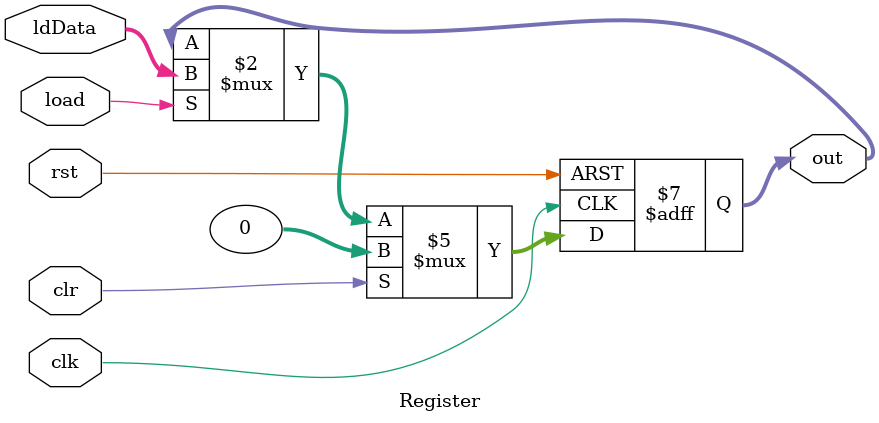
<source format=v>
module Register(load, ldData, clr, clk, rst, out);
    parameter N = 32;

    input load, clr, clk, rst;
    input [N-1:0] ldData;
    output [N-1:0] out;
    reg [N-1:0] out;

    always @(posedge clk or posedge rst) begin
        if (rst)
            out <= {N{1'b0}};
		else if (clr)
            out <= {N{1'b0}};
        else if (load)
            out <= ldData;
    end
endmodule

</source>
